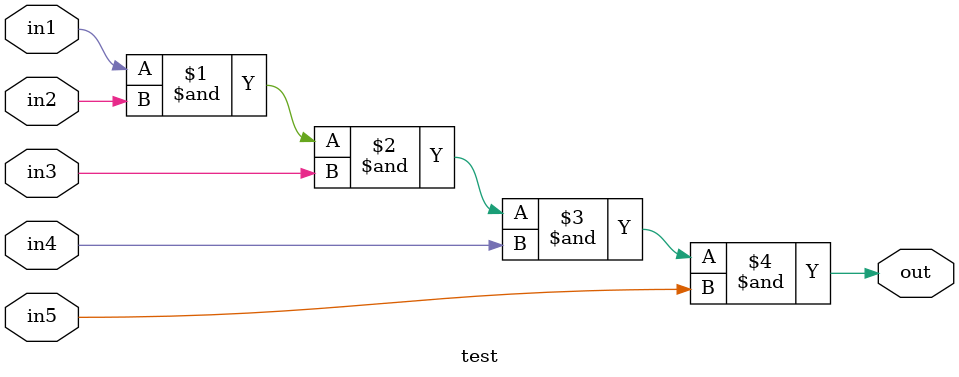
<source format=v>
module test(output out, input in1, in2, in3, in4, in5);
assign out = in1 & in2 & in3 & in4 & in5;
endmodule

</source>
